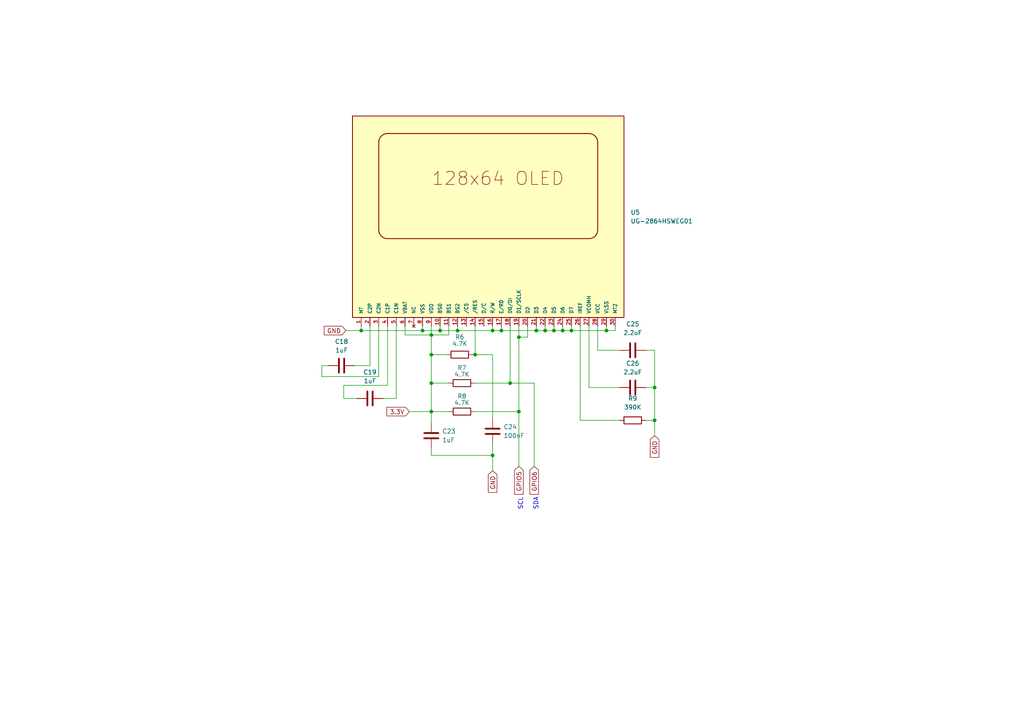
<source format=kicad_sch>
(kicad_sch (version 20211123) (generator eeschema)
  (paper "A4")
  (lib_symbols
    (symbol "Device:C" (pin_numbers hide) (pin_names (offset 0.254))
      (property "Reference" "C" (at 0.635 2.54 0))
      (property "Value" "C" (at 0.635 -2.54 0))
      (symbol "C_0_1"
        (polyline (pts (xy -2.032 -0.762) (xy 2.032 -0.762)) (stroke (width 0.508)))
        (polyline (pts (xy -2.032 0.762) (xy 2.032 0.762)) (stroke (width 0.508)))
      )
      (symbol "C_1_1"
        (pin passive line (at 0 3.81 270) (length 2.794) (name "~") (number "1"))
        (pin passive line (at 0 -3.81 90) (length 2.794) (name "~") (number "2"))
      )
    )
    (symbol "Device:R" (pin_numbers hide) (pin_names (offset 0))
      (property "Reference" "R" (at 2.032 0 90))
      (property "Value" "R" (at 0 0 90))
      (symbol "R_0_1"
        (rectangle (start -1.016 -2.54) (end 1.016 2.54) (stroke (width 0.254)))
      )
      (symbol "R_1_1"
        (pin passive line (at 0 3.81 270) (length 1.27) (name "~") (number "1"))
        (pin passive line (at 0 -3.81 90) (length 1.27) (name "~") (number "2"))
      )
    )
    (symbol "UG-2864HSWEG01:UG-2864HSWEG01" (pin_names (offset 1.016))
      (property "Reference" "U" (at 17.78 10.16 0))
      (property "Value" "UG-2864HSWEG01" (at -15.24 7.62 0))
      (symbol "UG-2864HSWEG01_0_0"
        (rectangle (start -38.1 -22.86) (end 40.64 35.56) (stroke (width 0.254)) (fill (type background)))
        (arc (start -30.48 2.54) (mid -29.7361 0.7439) (end -27.94 0) (stroke (width 0.254)))
        (arc (start -27.94 30.48) (mid -29.7361 29.7361) (end -30.48 27.94) (stroke (width 0.254)))
        (polyline (pts (xy -30.48 2.54) (xy -30.48 27.94)) (stroke (width 0.254)))
        (polyline (pts (xy -27.94 0) (xy 30.48 0)) (stroke (width 0.254)))
        (polyline (pts (xy -27.94 30.48) (xy 30.48 30.48)) (stroke (width 0.254)))
        (polyline (pts (xy 33.02 27.94) (xy 33.02 2.54)) (stroke (width 0.254)))
        (arc (start 30.48 0) (mid 32.2761 0.7439) (end 33.02 2.54) (stroke (width 0.254)))
        (arc (start 33.02 27.94) (mid 32.2761 29.7361) (end 30.48 30.48) (stroke (width 0.254)))
        (text "128x64 OLED" (at -15.24 15.24 0) (effects (font (size 3.81 3.81)) (justify left bottom)))
        (pin input line (at -35.56 -25.4 90) (length 2.54) (name "MT") (number "1"))
        (pin input line (at -12.7 -25.4 90) (length 2.54) (name "BS0") (number "10"))
        (pin input line (at -10.16 -25.4 90) (length 2.54) (name "BS1") (number "11"))
        (pin input line (at -7.62 -25.4 90) (length 2.54) (name "BS2") (number "12"))
        (pin input line (at -5.08 -25.4 90) (length 2.54) (name "/CS") (number "13"))
        (pin input line (at -2.54 -25.4 90) (length 2.54) (name "/RES") (number "14"))
        (pin input line (at 0 -25.4 90) (length 2.54) (name "D/C") (number "15"))
        (pin input line (at 2.54 -25.4 90) (length 2.54) (name "R/W") (number "16"))
        (pin input line (at 5.08 -25.4 90) (length 2.54) (name "E/RD") (number "17"))
        (pin bidirectional line (at 7.62 -25.4 90) (length 2.54) (name "D0/DI") (number "18"))
        (pin bidirectional line (at 10.16 -25.4 90) (length 2.54) (name "D1/SCLK") (number "19"))
        (pin input line (at -33.02 -25.4 90) (length 2.54) (name "C2P") (number "2"))
        (pin bidirectional line (at 12.7 -25.4 90) (length 2.54) (name "D2") (number "20"))
        (pin bidirectional line (at 15.24 -25.4 90) (length 2.54) (name "D3") (number "21"))
        (pin bidirectional line (at 17.78 -25.4 90) (length 2.54) (name "D4") (number "22"))
        (pin bidirectional line (at 20.32 -25.4 90) (length 2.54) (name "D5") (number "23"))
        (pin bidirectional line (at 22.86 -25.4 90) (length 2.54) (name "D6") (number "24"))
        (pin bidirectional line (at 25.4 -25.4 90) (length 2.54) (name "D7") (number "25"))
        (pin input line (at 27.94 -25.4 90) (length 2.54) (name "IREF") (number "26"))
        (pin output line (at 30.48 -25.4 90) (length 2.54) (name "VCOMH") (number "27"))
        (pin power_in line (at 33.02 -25.4 90) (length 2.54) (name "VCC") (number "28"))
        (pin power_in line (at 35.56 -25.4 90) (length 2.54) (name "VLSS") (number "29"))
        (pin input line (at -30.48 -25.4 90) (length 2.54) (name "C2N") (number "3"))
        (pin input line (at 38.1 -25.4 90) (length 2.54) (name "MT2") (number "30"))
        (pin input line (at -27.94 -25.4 90) (length 2.54) (name "C1P") (number "4"))
        (pin input line (at -25.4 -25.4 90) (length 2.54) (name "C1N") (number "5"))
        (pin input line (at -22.86 -25.4 90) (length 2.54) (name "VBAT") (number "6"))
        (pin no_connect line (at -20.32 -25.4 90) (length 2.54) (name "NC") (number "7"))
        (pin power_in line (at -17.78 -25.4 90) (length 2.54) (name "VSS") (number "8"))
        (pin power_in line (at -15.24 -25.4 90) (length 2.54) (name "VDD") (number "9"))
      )
    )
  )
  (junction (at 127.635 95.885))
  (junction (at 163.195 95.885))
  (junction (at 104.775 95.885))
  (junction (at 155.575 95.885))
  (junction (at 122.555 95.885))
  (junction (at 137.795 102.87))
  (junction (at 189.865 121.92))
  (junction (at 125.095 119.38))
  (junction (at 142.875 95.885))
  (junction (at 165.735 95.885))
  (junction (at 125.095 111.125))
  (junction (at 150.495 119.38))
  (junction (at 145.415 95.885))
  (junction (at 175.895 95.885))
  (junction (at 132.715 95.885))
  (junction (at 125.095 102.87))
  (junction (at 158.115 95.885))
  (junction (at 147.955 111.125))
  (junction (at 160.655 95.885))
  (junction (at 125.095 97.155))
  (junction (at 150.495 97.79))
  (junction (at 189.865 112.395))
  (junction (at 142.875 132.08))
  (wire (pts (xy 122.555 94.615) (xy 122.555 95.885)))
  (wire (pts (xy 163.195 95.885) (xy 165.735 95.885)))
  (wire (pts (xy 125.095 102.87) (xy 125.095 111.125)))
  (wire (pts (xy 163.195 94.615) (xy 163.195 95.885)))
  (wire (pts (xy 147.955 111.125) (xy 137.795 111.125)))
  (wire (pts (xy 147.955 94.615) (xy 147.955 111.125)))
  (wire (pts (xy 137.795 119.38) (xy 150.495 119.38)))
  (wire (pts (xy 142.875 94.615) (xy 142.875 95.885)))
  (wire (pts (xy 99.695 111.76) (xy 99.695 115.57)))
  (wire (pts (xy 118.745 119.38) (xy 125.095 119.38)))
  (wire (pts (xy 153.035 97.79) (xy 150.495 97.79)))
  (wire (pts (xy 93.345 106.045) (xy 93.345 109.22)))
  (wire (pts (xy 112.395 94.615) (xy 112.395 111.76)))
  (wire (pts (xy 132.715 95.885) (xy 127.635 95.885)))
  (wire (pts (xy 160.655 95.885) (xy 163.195 95.885)))
  (wire (pts (xy 142.875 95.885) (xy 145.415 95.885)))
  (wire (pts (xy 150.495 119.38) (xy 150.495 135.255)))
  (wire (pts (xy 178.435 95.885) (xy 178.435 94.615)))
  (wire (pts (xy 132.715 95.885) (xy 142.875 95.885)))
  (wire (pts (xy 130.175 94.615) (xy 130.175 97.155)))
  (wire (pts (xy 125.095 111.125) (xy 125.095 119.38)))
  (wire (pts (xy 137.795 94.615) (xy 137.795 102.87)))
  (wire (pts (xy 170.815 94.615) (xy 170.815 112.395)))
  (wire (pts (xy 142.875 128.905) (xy 142.875 132.08)))
  (wire (pts (xy 109.855 109.22) (xy 109.855 94.615)))
  (wire (pts (xy 127.635 94.615) (xy 127.635 95.885)))
  (wire (pts (xy 168.275 94.615) (xy 168.275 121.92)))
  (wire (pts (xy 130.175 97.155) (xy 125.095 97.155)))
  (wire (pts (xy 137.795 102.87) (xy 142.875 102.87)))
  (wire (pts (xy 104.775 94.615) (xy 104.775 95.885)))
  (wire (pts (xy 187.325 121.92) (xy 189.865 121.92)))
  (wire (pts (xy 125.095 111.125) (xy 130.175 111.125)))
  (wire (pts (xy 142.875 132.08) (xy 142.875 136.525)))
  (wire (pts (xy 158.115 94.615) (xy 158.115 95.885)))
  (wire (pts (xy 112.395 111.76) (xy 99.695 111.76)))
  (wire (pts (xy 158.115 95.885) (xy 160.655 95.885)))
  (wire (pts (xy 114.935 115.57) (xy 111.125 115.57)))
  (wire (pts (xy 150.495 94.615) (xy 150.495 97.79)))
  (wire (pts (xy 117.475 97.155) (xy 125.095 97.155)))
  (wire (pts (xy 175.895 94.615) (xy 175.895 95.885)))
  (wire (pts (xy 189.865 121.92) (xy 189.865 126.365)))
  (wire (pts (xy 125.095 119.38) (xy 130.175 119.38)))
  (wire (pts (xy 125.095 130.175) (xy 125.095 132.08)))
  (wire (pts (xy 168.275 121.92) (xy 179.705 121.92)))
  (wire (pts (xy 173.355 101.6) (xy 179.705 101.6)))
  (wire (pts (xy 189.865 112.395) (xy 189.865 121.92)))
  (wire (pts (xy 137.16 102.87) (xy 137.795 102.87)))
  (wire (pts (xy 147.955 111.125) (xy 154.94 111.125)))
  (wire (pts (xy 165.735 94.615) (xy 165.735 95.885)))
  (wire (pts (xy 93.345 109.22) (xy 109.855 109.22)))
  (wire (pts (xy 160.655 94.615) (xy 160.655 95.885)))
  (wire (pts (xy 127.635 95.885) (xy 122.555 95.885)))
  (wire (pts (xy 175.895 95.885) (xy 178.435 95.885)))
  (wire (pts (xy 132.715 94.615) (xy 132.715 95.885)))
  (wire (pts (xy 99.695 115.57) (xy 103.505 115.57)))
  (wire (pts (xy 145.415 94.615) (xy 145.415 95.885)))
  (wire (pts (xy 187.325 101.6) (xy 189.865 101.6)))
  (wire (pts (xy 145.415 95.885) (xy 155.575 95.885)))
  (wire (pts (xy 155.575 95.885) (xy 158.115 95.885)))
  (wire (pts (xy 173.355 94.615) (xy 173.355 101.6)))
  (wire (pts (xy 125.095 132.08) (xy 142.875 132.08)))
  (wire (pts (xy 107.315 94.615) (xy 107.315 106.045)))
  (wire (pts (xy 125.095 97.155) (xy 125.095 102.87)))
  (wire (pts (xy 142.875 102.87) (xy 142.875 121.285)))
  (wire (pts (xy 150.495 97.79) (xy 150.495 119.38)))
  (wire (pts (xy 153.035 94.615) (xy 153.035 97.79)))
  (wire (pts (xy 165.735 95.885) (xy 175.895 95.885)))
  (wire (pts (xy 170.815 112.395) (xy 179.705 112.395)))
  (wire (pts (xy 122.555 95.885) (xy 104.775 95.885)))
  (wire (pts (xy 125.095 119.38) (xy 125.095 122.555)))
  (wire (pts (xy 107.315 106.045) (xy 102.87 106.045)))
  (wire (pts (xy 95.25 106.045) (xy 93.345 106.045)))
  (wire (pts (xy 100.33 95.885) (xy 104.775 95.885)))
  (wire (pts (xy 154.94 111.125) (xy 154.94 135.255)))
  (wire (pts (xy 125.095 94.615) (xy 125.095 97.155)))
  (wire (pts (xy 189.865 101.6) (xy 189.865 112.395)))
  (wire (pts (xy 155.575 94.615) (xy 155.575 95.885)))
  (wire (pts (xy 114.935 94.615) (xy 114.935 115.57)))
  (wire (pts (xy 125.095 102.87) (xy 129.54 102.87)))
  (wire (pts (xy 117.475 94.615) (xy 117.475 97.155)))
  (wire (pts (xy 187.325 112.395) (xy 189.865 112.395)))
  (text "SCL" (at 151.765 147.955 90) (effects (font (size 1.27 1.27)) (justify left bottom)))
  (text "SDA" (at 156.21 147.955 90) (effects (font (size 1.27 1.27)) (justify left bottom)))
  (global_label "GPIO5" (shape input) (at 150.495 135.255 270) (property "Intersheet References" "${INTERSHEET_REFS}" (effects hide)))
  (global_label "GND" (shape input) (at 100.33 95.885 180) (property "Intersheet References" "${INTERSHEET_REFS}" (effects hide)))
  (global_label "GND" (shape input) (at 189.865 126.365 270) (property "Intersheet References" "${INTERSHEET_REFS}" (effects hide)))
  (global_label "GND" (shape input) (at 142.875 136.525 270) (property "Intersheet References" "${INTERSHEET_REFS}" (effects hide)))
  (global_label "GPIO6" (shape input) (at 154.94 135.255 270) (property "Intersheet References" "${INTERSHEET_REFS}" (effects hide)))
  (global_label "3.3V" (shape input) (at 118.745 119.38 180) (property "Intersheet References" "${INTERSHEET_REFS}" (effects hide)))
  (symbol (lib_id "Device:C") (at 107.315 115.57 90) (unit 1)
    (property "Reference" "C19" (at 107.315 107.95 90))
    (property "Value" "1uF" (at 107.315 110.49 90))
    (property "Footprint" "Capacitor_SMD:C_0805_2012Metric" (effects hide))
  )
  (symbol (lib_id "Device:R") (at 183.515 121.92 90) (unit 1)
    (property "Reference" "R9" (at 183.515 115.57 90))
    (property "Value" "390K" (at 183.515 118.11 90))
    (property "Footprint" "Resistor_SMD:R_0805_2012Metric" (effects hide))
  )
  (symbol (lib_id "Device:R") (at 133.985 119.38 90) (unit 1)
    (property "Reference" "R8" (at 133.985 114.935 90))
    (property "Value" "4.7K" (at 133.985 116.84 90))
    (property "Footprint" "Resistor_SMD:R_0805_2012Metric" (effects hide))
  )
  (symbol (lib_id "Device:C") (at 125.095 126.365 180) (unit 1)
    (property "Reference" "C23" (at 128.27 125.0949 0) (effects (justify right)))
    (property "Value" "1uF" (at 128.27 127.6349 0) (effects (justify right)))
    (property "Footprint" "Capacitor_SMD:C_0805_2012Metric" (effects hide))
  )
  (symbol (lib_id "Device:C") (at 183.515 112.395 270) (unit 1)
    (property "Reference" "C26" (at 183.515 105.41 90))
    (property "Value" "2.2uF" (at 183.515 107.95 90))
    (property "Footprint" "Capacitor_SMD:C_0805_2012Metric" (effects hide))
  )
  (symbol (lib_id "Device:R") (at 133.985 111.125 90) (unit 1)
    (property "Reference" "R7" (at 133.985 106.68 90))
    (property "Value" "4.7K" (at 133.985 108.585 90))
    (property "Footprint" "Resistor_SMD:R_0805_2012Metric" (effects hide))
  )
  (symbol (lib_id "Device:C") (at 183.515 101.6 270) (unit 1)
    (property "Reference" "C25" (at 183.515 93.98 90))
    (property "Value" "2.2uF" (at 183.515 96.52 90))
    (property "Footprint" "Capacitor_SMD:C_0805_2012Metric" (effects hide))
  )
  (symbol (lib_id "Device:C") (at 99.06 106.045 90) (unit 1)
    (property "Reference" "C18" (at 99.06 99.06 90))
    (property "Value" "1uF" (at 99.06 101.6 90))
    (property "Footprint" "Capacitor_SMD:C_0805_2012Metric" (effects hide))
  )
  (symbol (lib_id "Device:C") (at 142.875 125.095 180) (unit 1)
    (property "Reference" "C24" (at 146.05 123.8249 0) (effects (justify right)))
    (property "Value" "100nF" (at 146.05 126.3649 0) (effects (justify right)))
    (property "Footprint" "Capacitor_SMD:C_0805_2012Metric" (effects hide))
  )
  (symbol (lib_id "Device:R") (at 133.35 102.87 90) (unit 1)
    (property "Reference" "R6" (at 133.35 97.79 90))
    (property "Value" "4.7K" (at 133.35 99.695 90))
    (property "Footprint" "Resistor_SMD:R_0805_2012Metric" (effects hide))
  )
  (symbol (lib_id "UG-2864HSWEG01:UG-2864HSWEG01") (at 140.335 69.215 0) (unit 1)
    (property "Reference" "U5" (at 182.88 61.5949 0) (effects (justify left)))
    (property "Value" "UG-2864HSWEG01" (at 182.88 64.1349 0) (effects (justify left)))
    (property "Footprint" "footprints:1X30-0.7MM" (effects hide))
  )
)
</source>
